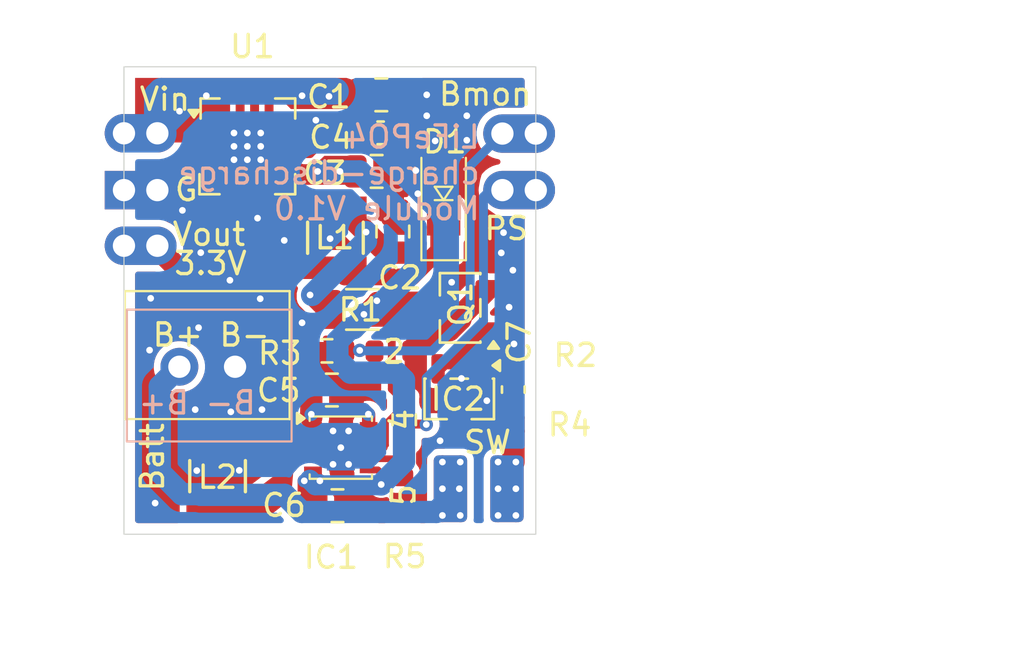
<source format=kicad_pcb>
(kicad_pcb (version 20241229) (generator "pcbnew") (generator_version "9.0")
  (layers (0 "F.Cu" signal) (2 "B.Cu" signal) (13 "F.Paste" user) (15 "B.Paste" user) (5 "F.SilkS" user "F.Silkscreen") (7 "B.SilkS" user "B.Silkscreen") (1 "F.Mask" user) (3 "B.Mask" user) (25 "Edge.Cuts" user))
  (net 0 "")
  (net 1 "GND")
  (net 2 "Vin")
  (net 3 "Net-(U1-VS)")
  (net 4 "Net-(U1-VREG)")
  (net 8 "VBatt")
  (net 9 "Net-(IC1-LX1)")
  (net 10 "Net-(IC1-LX2)")
  (net 11 "Vout")
  (net 12 "Net-(IC2-RESET)")
  (net 13 "/Batt_monitor")
  (net 14 "/power_save")
  (net 15 "Net-(D1-Pad1)")
  (net 16 "/VBatt2")
  (net 17 "/VBatt3")
  (footprint "Resistor_SMD:R_0603_1608Metric" (layer "F.Cu") (at 32.52 39.265 -90)
    (property "Reference" "R5" (at 2.735 -0.09 180) (layer "F.SilkS"))
    (property "Value" "R")
    (pad "1" smd roundrect (at -0.825 0 270) (size 0.8 0.95) (layers "F.Cu" "F.Mask" "F.Paste") (net 14 "/power_save"))
    (pad "2" smd roundrect (at 0.825 0 270) (size 0.8 0.95) (layers "F.Cu" "F.Mask" "F.Paste") (net 1 "GND"))
  )
  (footprint "Marcus_ICs:SON50P250X250X80-11N-D" (layer "F.Cu") (at 29.74125 37.10875)
    (property "Reference" "IC1" (at -0.44125 4.92125 180) (layer "F.SilkS"))
    (property "Value" "RT6150B-33GQW" (hide yes))
    (pad "1" smd rect (at -1.25 -1 90) (size 0.3 0.8) (layers "F.Cu" "F.Mask" "F.Paste") (net 11 "Vout"))
    (pad "2" smd rect (at -1.25 -0.5 90) (size 0.3 0.8) (layers "F.Cu" "F.Mask" "F.Paste") (net 10 "Net-(IC1-LX2)"))
    (pad "3" smd rect (at -1.25 0 90) (size 0.3 0.8) (layers "F.Cu" "F.Mask" "F.Paste") (net 1 "GND"))
    (pad "4" smd rect (at -1.25 0.5 90) (size 0.3 0.8) (layers "F.Cu" "F.Mask" "F.Paste") (net 9 "Net-(IC1-LX1)"))
    (pad "5" smd rect (at -1.25 1 90) (size 0.3 0.8) (layers "F.Cu" "F.Mask" "F.Paste") (net 8 "VBatt"))
    (pad "6" smd rect (at 1.25 1 90) (size 0.3 0.8) (layers "F.Cu" "F.Mask" "F.Paste") (net 8 "VBatt"))
    (pad "7" smd rect (at 1.25 0.5 90) (size 0.3 0.8) (layers "F.Cu" "F.Mask" "F.Paste") (net 14 "/power_save"))
    (pad "8" smd rect (at 1.25 0 90) (size 0.3 0.8) (layers "F.Cu" "F.Mask" "F.Paste") (net 8 "VBatt"))
    (pad "9" smd rect (at 1.25 -0.5 90) (size 0.3 0.8) (layers "F.Cu" "F.Mask" "F.Paste") (net 1 "GND"))
    (pad "10" smd rect (at 1.25 -1 90) (size 0.3 0.8) (layers "F.Cu" "F.Mask" "F.Paste") (net 11 "Vout"))
    (pad "11" thru_hole circle (at -0.35 -0.75) (size 0.5 0.5) (drill 0.3) (layers "*.Cu" "*.Mask") (net 1 "GND"))
    (pad "11" thru_hole circle (at -0.35 0.75) (size 0.5 0.5) (drill 0.3) (layers "*.Cu" "*.Mask") (net 1 "GND"))
    (pad "11" thru_hole rect (at 0 0) (size 1.25 2.05) (drill 0.3) (layers "*.Cu" "*.Mask") (net 1 "GND"))
    (pad "11" thru_hole circle (at 0.35 -0.75) (size 0.5 0.5) (drill 0.3) (layers "*.Cu" "*.Mask") (net 1 "GND"))
    (pad "11" thru_hole circle (at 0.35 0.75) (size 0.5 0.5) (drill 0.3) (layers "*.Cu" "*.Mask") (net 1 "GND"))
  )
  (footprint "Marcus_Discretes:PMEG4010EXEX" (layer "F.Cu") (at 34.36 26.39 90)
    (property "Reference" "D1" (at 3.02 0.05 180) (layer "F.SilkS"))
    (property "Value" "PMEG10020ELXEX" (hide yes))
    (pad "1" smd rect (at -1.6 0 90) (size 1.2 1.2) (layers "F.Cu" "F.Mask" "F.Paste") (net 15 "Net-(D1-Pad1)"))
    (pad "1" smd rect (at -0.44 0 90) (size 1.5 1.5) (layers "F.Cu" "F.Mask" "F.Paste") (net 15 "Net-(D1-Pad1)"))
    (pad "2" smd rect (at 1.713 0 90) (size 1.15 1.2) (layers "F.Cu" "F.Mask" "F.Paste") (net 1 "GND"))
  )
  (footprint "Marcus_Connectors:Conn_JST-XH_1x2" (layer "F.Cu") (at 24.99 33.475)
    (property "Reference" "J1" (hide yes))
    (property "Value" "Conn_JST-XH_1x2" (hide yes))
    (fp_text user "${LABEL}" (at -3.13 5.685 90) (layer "F.SilkS") (effects (justify left bottom)))
    (pad "1" thru_hole rect (at 0 0) (size 1.7 1.7) (drill 1) (layers "*.Cu" "*.Mask") (net 1 "GND"))
    (pad "2" thru_hole circle (at -2.5 0) (size 1.7 1.7) (drill 1) (layers "*.Cu" "*.Mask") (net 17 "/VBatt3"))
  )
  (footprint "Resistor_SMD:R_0603_1608Metric" (layer "F.Cu") (at 32.59 35.86 -90)
    (property "Reference" "R4" (at 0.22 -7.43 180) (layer "F.SilkS"))
    (property "Value" "R")
    (pad "1" smd roundrect (at -0.825 0 270) (size 0.8 0.95) (layers "F.Cu" "F.Mask" "F.Paste") (net 8 "VBatt"))
    (pad "2" smd roundrect (at 0.825 0 270) (size 0.8 0.95) (layers "F.Cu" "F.Mask" "F.Paste") (net 14 "/power_save"))
  )
  (footprint "Capacitor_SMD:C_0805_2012Metric" (layer "F.Cu") (at 31.56 21.26)
    (property "Reference" "C1" (at -2.36 0.09 0) (layer "F.SilkS"))
    (property "Value" "10uF")
    (pad "1" smd roundrect (at -0.95 0) (size 1 1.45) (layers "F.Cu" "F.Mask" "F.Paste") (net 2 "Vin"))
    (pad "2" smd roundrect (at 0.95 0) (size 1 1.45) (layers "F.Cu" "F.Mask" "F.Paste") (net 1 "GND"))
  )
  (footprint "Capacitor_SMD:C_0805_2012Metric" (layer "F.Cu") (at 32.08 27.4 90)
    (property "Reference" "C2" (at -2.08 0.31 0) (layer "F.SilkS"))
    (property "Value" "10uF")
    (pad "1" smd roundrect (at -0.95 0 90) (size 1 1.45) (layers "F.Cu" "F.Mask" "F.Paste") (net 3 "Net-(U1-VS)"))
    (pad "2" smd roundrect (at 0.95 0 90) (size 1 1.45) (layers "F.Cu" "F.Mask" "F.Paste") (net 1 "GND"))
  )
  (footprint "Capacitor_SMD:C_0603_1608Metric" (layer "F.Cu") (at 31.53 22.97)
    (property "Reference" "C4" (at -2.23 0.2 0) (layer "F.SilkS"))
    (property "Value" "1uF")
    (pad "1" smd roundrect (at -0.775 0) (size 0.9 0.95) (layers "F.Cu" "F.Mask" "F.Paste") (net 4 "Net-(U1-VREG)"))
    (pad "2" smd roundrect (at 0.775 0) (size 0.9 0.95) (layers "F.Cu" "F.Mask" "F.Paste") (net 1 "GND"))
  )
  (footprint "Marcus_Connectors:Conn_Castellated_1x2_no_GND" (layer "F.Cu") (at 37 25.54 90)
    (property "Reference" "J7" (hide yes))
    (property "Value" "Conn_Castellation_1x2_no_GND" (hide yes))
    (pad "1" thru_hole oval (at 0 0 90) (size 1.725 3.225) (drill 1 (offset 0 0.75)) (layers "*.Cu" "*.Mask") (net 14 "/power_save"))
    (pad "1" thru_hole circle (at 0 1.5 90) (size 1.725 1.725) (drill 1) (layers "*.Cu" "*.Mask") (net 14 "/power_save"))
    (pad "2" thru_hole oval (at 2.54 0 90) (size 1.725 3.225) (drill 1 (offset 0 0.75)) (layers "*.Cu" "*.Mask") (net 13 "/Batt_monitor"))
    (pad "2" thru_hole circle (at 2.54 1.5 90) (size 1.725 1.725) (drill 1) (layers "*.Cu" "*.Mask") (net 13 "/Batt_monitor"))
  )
  (footprint "Resistor_SMD:R_0603_1608Metric" (layer "F.Cu") (at 29.12 32.76 180)
    (property "Reference" "R3" (at 2.12 -0.11 0) (layer "F.SilkS"))
    (property "Value" "R")
    (pad "1" smd roundrect (at -0.825 0 180) (size 0.8 0.95) (layers "F.Cu" "F.Mask" "F.Paste") (net 13 "/Batt_monitor"))
    (pad "2" smd roundrect (at 0.825 0 180) (size 0.8 0.95) (layers "F.Cu" "F.Mask" "F.Paste") (net 1 "GND"))
  )
  (footprint "Capacitor_SMD:C_0603_1608Metric" (layer "F.Cu") (at 37.49 34.5 90)
    (property "Reference" "C7" (at 2.13 0.26 90) (layer "F.SilkS"))
    (property "Value" "1uF")
    (pad "1" smd roundrect (at -0.775 0 90) (size 0.9 0.95) (layers "F.Cu" "F.Mask" "F.Paste") (net 16 "/VBatt2"))
    (pad "2" smd roundrect (at 0.775 0 90) (size 0.9 0.95) (layers "F.Cu" "F.Mask" "F.Paste") (net 1 "GND"))
  )
  (footprint "Marcus_Passives:INDC3225X120N" (layer "F.Cu") (at 29.5 27.68 90)
    (property "Reference" "L1" (hide yes))
    (property "Value" "4,7uH" (hide yes))
    (pad "1" smd rect (at -1.35 0 90) (size 1 2.8) (layers "F.Cu" "F.Mask" "F.Paste") (net 15 "Net-(D1-Pad1)"))
    (pad "2" smd rect (at 1.35 0 90) (size 1 2.8) (layers "F.Cu" "F.Mask" "F.Paste") (net 3 "Net-(U1-VS)"))
  )
  (footprint "Capacitor_SMD:C_0805_2012Metric" (layer "F.Cu") (at 31.35 24.7)
    (property "Reference" "C3" (at -2.33 0.08 0) (layer "F.SilkS"))
    (property "Value" "10uF")
    (pad "1" smd roundrect (at -0.95 0) (size 1 1.45) (layers "F.Cu" "F.Mask" "F.Paste") (net 8 "VBatt"))
    (pad "2" smd roundrect (at 0.95 0) (size 1 1.45) (layers "F.Cu" "F.Mask" "F.Paste") (net 1 "GND"))
  )
  (footprint "Resistor_SMD:R_1206_3216Metric" (layer "F.Cu") (at 30.71 30.9)
    (property "Reference" "R1" (at -0.09 0.02 0) (layer "F.SilkS"))
    (property "Value" "100m")
    (pad "1" smd roundrect (at -1.4625 0) (size 1.125 1.75) (layers "F.Cu" "F.Mask" "F.Paste") (roundrect_rratio 0.222222) (net 3 "Net-(U1-VS)"))
    (pad "2" smd roundrect (at 1.4625 0) (size 1.125 1.75) (layers "F.Cu" "F.Mask" "F.Paste") (roundrect_rratio 0.222222) (net 8 "VBatt"))
  )
  (footprint "Marcus_Connectors:Conn_Mechc.-solder-pad_1x2" (layer "F.Cu") (at 37.605 38.955 -90)
    (property "Reference" "SW1" (hide yes))
    (property "Value" "Switch" (hide yes))
    (property "Field4" "SW" (at -2.085 1.275 0) (layer "F.SilkS"))
    (pad "1" thru_hole circle (at -1.2 0 270) (size 0.6 0.6) (drill 0.3) (layers "*.Cu" "F.Mask" "F.Paste") (net 16 "/VBatt2"))
    (pad "1" thru_hole circle (at -1.2 0.8 270) (size 0.6 0.6) (drill 0.3) (layers "*.Cu" "F.Mask" "F.Paste") (net 16 "/VBatt2"))
    (pad "1" thru_hole roundrect (at 0 0 270) (size 3 1.5) (drill 0.3 (offset 0 0.4)) (layers "*.Cu" "F.Mask" "F.Paste") (roundrect_rratio 0.15) (net 16 "/VBatt2"))
    (pad "1" thru_hole circle (at 0 0.8 270) (size 0.6 0.6) (drill 0.3) (layers "*.Cu" "F.Mask" "F.Paste") (net 16 "/VBatt2"))
    (pad "1" thru_hole circle (at 1.2 0 270) (size 0.6 0.6) (drill 0.3) (layers "*.Cu" "F.Mask" "F.Paste") (net 16 "/VBatt2"))
    (pad "1" thru_hole circle (at 1.2 0.8 270) (size 0.6 0.6) (drill 0.3) (layers "*.Cu" "F.Mask" "F.Paste") (net 16 "/VBatt2"))
    (pad "2" thru_hole circle (at -1.2 2.5 270) (size 0.6 0.6) (drill 0.3) (layers "*.Cu" "F.Mask" "F.Paste") (net 17 "/VBatt3"))
    (pad "2" thru_hole circle (at -1.2 3.3 270) (size 0.6 0.6) (drill 0.3) (layers "*.Cu" "F.Mask" "F.Paste") (net 17 "/VBatt3"))
    (pad "2" thru_hole roundrect (at 0 2.54 270) (size 3 1.5) (drill 0.3 (offset 0 0.4)) (layers "*.Cu" "F.Mask" "F.Paste") (roundrect_rratio 0.15) (net 17 "/VBatt3"))
    (pad "2" thru_hole circle (at 0 3.3 270) (size 0.6 0.6) (drill 0.3) (layers "*.Cu" "F.Mask" "F.Paste") (net 17 "/VBatt3"))
    (pad "2" thru_hole circle (at 1.2 2.5 270) (size 0.6 0.6) (drill 0.3) (layers "*.Cu" "F.Mask" "F.Paste") (net 17 "/VBatt3"))
    (pad "2" thru_hole circle (at 1.2 3.3 270) (size 0.6 0.6) (drill 0.3) (layers "*.Cu" "F.Mask" "F.Paste") (net 17 "/VBatt3"))
  )
  (footprint "Marcus_Passives:INDC3225X120N" (layer "F.Cu") (at 24.205 38.39 90)
    (property "Reference" "L2" (hide yes))
    (property "Value" "2,2uH" (hide yes))
    (pad "1" smd rect (at -1.35 0 90) (size 1 2.8) (layers "F.Cu" "F.Mask" "F.Paste") (net 9 "Net-(IC1-LX1)"))
    (pad "2" smd rect (at 1.35 0 90) (size 1 2.8) (layers "F.Cu" "F.Mask" "F.Paste") (net 10 "Net-(IC1-LX2)"))
  )
  (footprint "Capacitor_SMD:C_0805_2012Metric" (layer "F.Cu") (at 29.34 34.52)
    (property "Reference" "C5" (at -2.39 0.02 0) (layer "F.SilkS"))
    (property "Value" "47u")
    (pad "1" smd roundrect (at -0.95 0) (size 1 1.45) (layers "F.Cu" "F.Mask" "F.Paste") (net 11 "Vout"))
    (pad "2" smd roundrect (at 0.95 0) (size 1 1.45) (layers "F.Cu" "F.Mask" "F.Paste") (net 1 "GND"))
  )
  (footprint "Capacitor_SMD:C_0805_2012Metric" (layer "F.Cu") (at 29.59125 39.71875)
    (property "Reference" "C6" (at -2.40125 -0.01875 0) (layer "F.SilkS"))
    (property "Value" "47u")
    (pad "1" smd roundrect (at -0.95 0) (size 1 1.45) (layers "F.Cu" "F.Mask" "F.Paste") (net 8 "VBatt"))
    (pad "2" smd roundrect (at 0.95 0) (size 1 1.45) (layers "F.Cu" "F.Mask" "F.Paste") (net 1 "GND"))
  )
  (footprint "Marcus_ICs:SOT-23-3_Marcus" (layer "F.Cu") (at 35.1 30.83 180)
    (property "Reference" "Q1" (at -0.03 0.17 90) (layer "F.SilkS"))
    (property "Value" "AO3415")
    (pad "1" smd roundrect (at -1.35 -0.95 180) (size 1.325 0.6) (layers "F.Cu" "F.Mask" "F.Paste") (net 12 "Net-(IC2-RESET)"))
    (pad "2" smd roundrect (at -1.35 0.95 180) (size 1.325 0.6) (layers "F.Cu" "F.Mask" "F.Paste") (net 16 "/VBatt2"))
    (pad "3" smd roundrect (at 1.35 0 180) (size 1.325 0.6) (layers "F.Cu" "F.Mask" "F.Paste") (net 8 "VBatt"))
  )
  (footprint "Marcus_Connectors:Conn_Castellated_1x3_GND_moved" (layer "F.Cu") (at 21.5 23 -90)
    (property "Reference" "J2" (hide yes))
    (property "Value" "Conn_Castellation_1x3" (hide yes))
    (pad "1" thru_hole rect (at 2.54 0 270) (size 1.725 1.725) (drill 1) (layers "*.Cu" "*.Mask") (net 1 "GND"))
    (pad "1" thru_hole rect (at 2.54 1.5 270) (size 1.725 1.725) (drill 1) (layers "*.Cu" "*.Mask") (net 1 "GND"))
    (pad "2" thru_hole oval (at -0.0125 0 270) (size 1.725 3.225) (drill 1 (offset 0 0.75)) (layers "*.Cu" "*.Mask") (net 2 "Vin"))
    (pad "2" thru_hole circle (at -0.0125 1.5 270) (size 1.725 1.725) (drill 1) (layers "*.Cu" "*.Mask") (net 2 "Vin"))
    (pad "3" thru_hole oval (at 5.04 0 270) (size 1.725 3.225) (drill 1 (offset 0 0.75)) (layers "*.Cu" "*.Mask") (net 11 "Vout"))
    (pad "3" thru_hole circle (at 5.04 1.5 270) (size 1.725 1.725) (drill 1) (layers "*.Cu" "*.Mask") (net 11 "Vout"))
  )
  (footprint "Marcus_ICs:SOT-23-3_Marcus" (layer "F.Cu") (at 35.06 34.92 -90)
    (property "Reference" "IC2" (at 0.01 0.06 180) (layer "F.SilkS"))
    (property "Value" "APX810S-31SA-7")
    (pad "1" smd roundrect (at -1.35 -0.95 270) (size 1.325 0.6) (layers "F.Cu" "F.Mask" "F.Paste") (net 1 "GND"))
    (pad "2" smd roundrect (at -1.35 0.95 270) (size 1.325 0.6) (layers "F.Cu" "F.Mask" "F.Paste") (net 12 "Net-(IC2-RESET)"))
    (pad "3" smd roundrect (at 1.35 0 270) (size 1.325 0.6) (layers "F.Cu" "F.Mask" "F.Paste") (net 16 "/VBatt2"))
  )
  (footprint "Resistor_SMD:R_0603_1608Metric" (layer "F.Cu") (at 32.08 32.77 180)
    (property "Reference" "R2" (at -8.2 -0.19 0) (layer "F.SilkS"))
    (property "Value" "R")
    (pad "1" smd roundrect (at -0.825 0 180) (size 0.8 0.95) (layers "F.Cu" "F.Mask" "F.Paste") (net 16 "/VBatt2"))
    (pad "2" smd roundrect (at 0.825 0 180) (size 0.8 0.95) (layers "F.Cu" "F.Mask" "F.Paste") (net 13 "/Batt_monitor"))
  )
  (footprint "Marcus_ICs:TP5000-QFN16" (layer "F.Cu") (at 25.5425 23.575)
    (property "Reference" "U1" (at 0.2275 -4.485 0) (layer "F.SilkS"))
    (property "Value" "TP5000-QFN16")
    (pad "1" smd oval (at -2 -0.975 90) (size 0.4 1.2) (layers "F.Cu" "F.Mask" "F.Paste") (net 2 "Vin"))
    (pad "2" smd oval (at -2 -0.325 90) (size 0.4 1.2) (layers "F.Cu" "F.Mask" "F.Paste") (net 2 "Vin"))
    (pad "3" smd oval (at -2 0.325 90) (size 0.4 1.2) (layers "F.Cu" "F.Mask" "F.Paste") (net 15 "Net-(D1-Pad1)"))
    (pad "4" smd oval (at -2 0.975 90) (size 0.4 1.2) (layers "F.Cu" "F.Mask" "F.Paste") (net 15 "Net-(D1-Pad1)"))
    (pad "5" smd oval (at -0.975 2) (size 0.4 1.2) (layers "F.Cu" "F.Mask" "F.Paste") (net 15 "Net-(D1-Pad1)"))
    (pad "6" smd oval (at -0.325 2) (size 0.4 1.2) (layers "F.Cu" "F.Mask" "F.Paste") (net 1 "GND"))
    (pad "7" smd oval (at 0.325 2) (size 0.4 1.2) (layers "F.Cu" "F.Mask" "F.Paste") (net 1 "GND"))
    (pad "8" smd oval (at 0.975 2) (size 0.4 1.2) (layers "F.Cu" "F.Mask" "F.Paste") (net 3 "Net-(U1-VS)"))
    (pad "9" smd oval (at 2 0.975 90) (size 0.4 1.2) (layers "F.Cu" "F.Mask" "F.Paste") (net 8 "VBatt"))
    (pad "10" smd oval (at 2 0.325 90) (size 0.4 1.2) (layers "F.Cu" "F.Mask" "F.Paste") (net 4 "Net-(U1-VREG)"))
    (pad "11" smd oval (at 2 -0.325 90) (size 0.4 1.2) (layers "F.Cu" "F.Mask" "F.Paste") (net 1 "GND"))
    (pad "12" smd oval (at 2 -0.975 90) (size 0.4 1.2) (layers "F.Cu" "F.Mask" "F.Paste") (net 1 "GND"))
    (pad "13" smd oval (at 0.975 -2) (size 0.4 1.2) (layers "F.Cu" "F.Mask" "F.Paste"))
    (pad "14" smd oval (at 0.325 -2) (size 0.4 1.2) (layers "F.Cu" "F.Mask" "F.Paste"))
    (pad "15" smd oval (at -0.325 -2) (size 0.4 1.2) (layers "F.Cu" "F.Mask" "F.Paste"))
    (pad "16" smd oval (at -0.975 -2) (size 0.4 1.2) (layers "F.Cu" "F.Mask" "F.Paste") (net 2 "Vin"))
    (pad "17" thru_hole circle (at -0.6 -0.6) (size 0.4 0.4) (drill 0.3) (property pad_prop_heatsink) (layers "*.Cu" "*.Mask") (net 1 "GND"))
    (pad "17" thru_hole circle (at -0.6 0) (size 0.4 0.4) (drill 0.3) (property pad_prop_heatsink) (layers "*.Cu" "*.Mask") (net 1 "GND"))
    (pad "17" thru_hole circle (at -0.6 0.6) (size 0.4 0.4) (drill 0.3) (property pad_prop_heatsink) (layers "*.Cu" "*.Mask") (net 1 "GND"))
    (pad "17" thru_hole circle (at 0 -0.6) (size 0.4 0.4) (drill 0.3) (property pad_prop_heatsink) (layers "*.Cu" "*.Mask") (net 1 "GND"))
    (pad "17" smd roundrect (at 0 0) (size 2.1 2.1) (layers "F.Cu" "F.Mask") (roundrect_rratio 0) (chamfer_ratio 0.1) (chamfer top_left) (net 1 "GND"))
    (pad "17" thru_hole roundrect (at 0 0) (size 2.1 2.1) (drill 0.3) (property pad_prop_heatsink) (layers "*.Cu" "*.Mask") (roundrect_rratio 0) (chamfer_ratio 0.1) (chamfer top_left) (net 1 "GND"))
    (pad "17" thru_hole circle (at 0 0.6) (size 0.4 0.4) (drill 0.3) (property pad_prop_heatsink) (layers "*.Cu" "*.Mask") (net 1 "GND"))
    (pad "17" thru_hole circle (at 0.6 -0.6) (size 0.4 0.4) (drill 0.3) (property pad_prop_heatsink) (layers "*.Cu" "*.Mask") (net 1 "GND"))
    (pad "17" thru_hole circle (at 0.6 0) (size 0.4 0.4) (drill 0.3) (property pad_prop_heatsink) (layers "*.Cu" "*.Mask") (net 1 "GND"))
    (pad "17" thru_hole circle (at 0.6 0.6) (size 0.4 0.4) (drill 0.3) (property pad_prop_heatsink) (layers "*.Cu" "*.Mask") (net 1 "GND"))
  )
  (gr_poly (pts (xy 20.5 20.5) (xy 20.5 23.4) (xy 24 23.4) (xy 24 22.4) (xy 24.4 22) (xy 24.7 22) (xy 24.7 21) (xy 25.1 20.7) (xy 26.7 20.7) (xy 27.1 21.2) (xy 27.1 21.5) (xy 27.5 21.9) (xy 29 21.9) (xy 29.6 21.9) (xy 29.9 21.9) (xy 30.3 21.9) (xy 30.3 20.6) (xy 30 20.5)) (fill yes) (layer "F.Cu") (net 2))
  (gr_poly (pts (xy 29 24) (xy 28.6 24.38) (xy 27.12 24.37) (xy 27.1 24.7) (xy 28.1 25.3) (xy 30.2 25.3) (xy 30.2 24)) (fill yes) (layer "F.Cu") (net 8))
  (gr_poly (pts (xy 28.1 38.2) (xy 27.9 38.4) (xy 27.8 38.6) (xy 27.8 40.15) (xy 28 40.35) (xy 28.3 40.35) (xy 29.1 40.15) (xy 29.1 38.55) (xy 28.9 38.3) (xy 28.85 38.15)) (fill yes) (layer "F.Cu") (net 8))
  (gr_poly (pts (xy 25.55 40.24) (xy 26.45 40.24) (xy 27.5 39.42) (xy 27.6 38.27) (xy 28 37.75) (xy 28.01 37.46) (xy 27.79 37.61) (xy 27.61 37.72) (xy 25.59 39.25) (xy 25.56 40.23)) (fill yes) (layer "F.Cu") (net 9))
  (gr_poly (pts (xy 33.35 25.1) (xy 33.37 25.77) (xy 35.14 25.779) (xy 35.41 25.97) (xy 35.411 26.99) (xy 36.81 27.08) (xy 37.05 26.89) (xy 36.4 26.43) (xy 36.32 26.36) (xy 36.22 26.27) (xy 36.14 26.17) (xy 36.09 26.1) (xy 36.02 25.97) (xy 35.98 25.86) (xy 35.95 25.73) (xy 35.94 25.65) (xy 35.93 25.54) (xy 35.94 25.42) (xy 36 25.08) (xy 36.08 24.79) (xy 34.44 24.77)) (fill yes) (layer "F.Cu") (net 1))
  (gr_poly (pts (xy 26.6 22.8) (xy 27 22.6) (xy 28.6 22.6) (xy 28.6 22.8) (xy 28.2 23.2) (xy 26.4 23.2) (xy 26.4 22.8)) (fill yes) (layer "F.Cu") (net 1))
  (gr_poly (pts (xy 33.28 34.91) (xy 33.26 34.7) (xy 33.21 34.6) (xy 33.13 34.52) (xy 33.05 34.47) (xy 32.96 34.43) (xy 32.84 34.4) (xy 32.71 34.39) (xy 32.62 33.99) (xy 33.47 33.95) (xy 33.6 33.99) (xy 33.6 34.13) (xy 33.62 34.22) (xy 33.66 34.3) (xy 33.72 34.36) (xy 33.81 34.42) (xy 33.92 34.45) (xy 33.92 34.79) (xy 33.44 34.94)) (fill yes) (layer "F.Cu") (net 16))
  (gr_poly (pts (xy 26 26.2) (xy 26.4 26.6) (xy 26 27) (xy 25.2 26.2) (xy 25.2 24.4) (xy 26 24.4)) (fill yes) (layer "F.Cu") (net 1))
  (gr_poly (pts (xy 26.6 25.05) (xy 28.2 25.9) (xy 28.2 26.775) (xy 27.2 26.775) (xy 26.6 26.1)) (stroke (width 0.1)) (fill yes) (layer "F.Cu") (net 3))
  (gr_poly (pts (xy 25.6 37.54) (xy 25.61 37.54) (xy 27.42 36.75) (xy 27.42 36.46) (xy 25.6 36.54)) (fill yes) (layer "F.Cu") (net 10))
  (gr_rect (start 20.13 30.91) (end 27.53 36.83) (stroke (width 0.1)) (fill no) (layer "B.SilkS"))
  (gr_rect (start 20 20) (end 38.5 41) (stroke (width 0.05)) (fill no) (layer "Edge.Cuts"))
  (gr_text "5" (at 33.15 39.81 90) (layer "F.SilkS") (effects (font (size 1 1)) (justify left bottom)))
  (gr_text "4" (at 33.08 36.43 90) (layer "F.SilkS") (effects (font (size 1 1)) (justify left bottom)))
  (gr_text "3.3V" (at 22.17 29.42 0) (layer "F.SilkS") (effects (font (size 1 1)) (justify left bottom)))
  (gr_text "B+ B-" (at 21.2 32.63 0) (layer "F.SilkS") (effects (font (size 1 1)) (justify left bottom)))
  (gr_text "2" (at 31.56 33.37 0) (layer "F.SilkS") (effects (font (size 1 1)) (justify left bottom)))
  (gr_text "L1" (at 28.48 28.26 0) (layer "F.SilkS") (effects (font (size 1 1)) (justify left bottom)))
  (gr_text "L2" (at 23.22 39.02 0) (layer "F.SilkS") (effects (font (size 1 1)) (justify left bottom)))
  (gr_text "Vout" (at 22.1 28.11 0) (layer "F.SilkS") (effects (font (size 1 1)) (justify left bottom)))
  (gr_text "Vin" (at 20.62 22.04 0) (layer "F.SilkS") (effects (font (size 1 1)) (justify left bottom)))
  (gr_text "Bmon" (at 34.06 21.81 0) (layer "F.SilkS") (effects (font (size 1 1)) (justify left bottom)))
  (gr_text "G" (at 22.2 26.1 0) (layer "F.SilkS") (effects (font (size 1 1)) (justify left bottom)))
  (gr_text "PS" (at 36.1 27.85 0) (layer "F.SilkS") (effects (font (size 1 1)) (justify left bottom)))
  (gr_text "LiFePO4\ncharge-discharge\nModule V1.0" (at 36.07 26.96 0) (layer "B.SilkS") (effects (font (size 1 1)) (justify left bottom mirror)))
  (gr_text "B- B+" (at 26.01 35.68 0) (layer "B.SilkS") (effects (font (size 1 1)) (justify left bottom mirror)))
  (segment (start 26.75 27.3) (end 26.75 27.46) (width 0.2) (layer "F.Cu") (net 1))
  (segment (start 22.625 26.45) (end 22.25 26.45) (width 1.2) (layer "F.Cu") (net 1))
  (segment (start 27.48693 37.10875) (end 26.95568 37.64) (width 0.2) (layer "F.Cu") (net 1))
  (segment (start 25.8675 23.9) (end 25.5425 23.575) (width 0.4) (layer "F.Cu") (net 1))
  (segment (start 24.13 35.58) (end 24.99 34.72) (width 0.2) (layer "F.Cu") (net 1))
  (segment (start 33.833 24.66) (end 33.84 24.667) (width 0.2) (layer "F.Cu") (net 1))
  (segment (start 25.8675 26.4175) (end 26.75 27.3) (width 0.2) (layer "F.Cu") (net 1))
  (segment (start 30.26 34.52) (end 30.26125 34.51875) (width 0.2) (layer "F.Cu") (net 1))
  (segment (start 26.51 27.54) (end 25.2175 26.2475) (width 0.3) (layer "F.Cu") (net 1))
  (segment (start 25.23 23.6875) (end 25.555 23.3625) (width 0.2) (layer "F.Cu") (net 1))
  (segment (start 26.75 27.46) (end 26.67 27.54) (width 0.2) (layer "F.Cu") (net 1))
  (segment (start 24.99 34.72) (end 24.99 33.475) (width 0.2) (layer "F.Cu") (net 1))
  (segment (start 36.83 27.45) (end 36.58 27.2) (width 0.2) (layer "F.Cu") (net 1))
  (segment (start 26.725 30.225) (end 28.295 31.795) (width 0.2) (layer "F.Cu") (net 1))
  (segment (start 35.411 25.951) (end 35.239 25.779) (width 0.2) (layer "F.Cu") (net 1))
  (segment (start 28.49125 37.10875) (end 27.48693 37.10875) (width 0.2) (layer "F.Cu") (net 1))
  (segment (start 28.45 22.57) (end 28.1 22.57) (width 0.2) (layer "F.Cu") (net 1))
  (segment (start 29.84125 37.90875) (end 29.84125 37.20875) (width 0.2) (layer "F.Cu") (net 1))
  (segment (start 37.46 33.725) (end 37.3825 33.6475) (width 0.2) (layer "F.Cu") (net 1))
  (segment (start 25.725 30.225) (end 25.09 29.59) (width 0.2) (layer "F.Cu") (net 1))
  (segment (start 30.233094 34.52) (end 30.29 34.52) (width 0.6) (layer "F.Cu") (net 1))
  (segment (start 28.79 22.57) (end 28.88 22.57) (width 0.2) (layer "F.Cu") (net 1))
  (segment (start 27.5425 23.25) (end 25.8675 23.25) (width 0.4) (layer "F.Cu") (net 1))
  (segment (start 32.45 40.02) (end 32.52 40.09) (width 0.2) (layer "F.Cu") (net 1))
  (segment (start 32.315 21.385) (end 32.5 21.2) (width 0.2) (layer "F.Cu") (net 1))
  (segment (start 21.5 25.65) (end 21.5 25.825) (width 0.8) (layer "F.Cu") (net 1))
  (segment (start 25.2175 23.9) (end 25.5425 23.575) (width 0.4) (layer "F.Cu") (net 1))
  (segment (start 30.55125 39.71875) (end 30.54125 39.71875) (width 0.2) (layer "F.Cu") (net 1))
  (segment (start 30.26 34.52) (end 30.26 34.34) (width 0.2) (layer "F.Cu") (net 1))
  (segment (start 24.76 29.59) (end 24.76 29.26) (width 0.2) (layer "F.Cu") (net 1))
  (segment (start 24.76 29.26) (end 23.85 28.35) (width 0.2) (layer "F.Cu") (net 1))
  (segment (start 29.74125 35.06875) (end 30.29 34.52) (width 1) (layer "F.Cu") (net 1))
  (segment (start 36.58 27.2) (end 35.411 27.2) (width 0.2) (layer "F.Cu") (net 1))
  (segment (start 26.93 22.6) (end 26.78 22.75) (width 0.4) (layer "F.Cu") (net 1))
  (segment (start 28.88 22.57) (end 28.88 22.59) (width 0.2) (layer "F.Cu") (net 1))
  (segment (start 28.22 23.25) (end 27.5425 23.25) (width 0.2) (layer "F.Cu") (net 1))
  (segment (start 25.8675 23.25) (end 25.5425 23.575) (width 0.2) (layer "F.Cu") (net 1))
  (segment (start 33.11 24.66) (end 33.833 24.66) (width 0.2) (layer "F.Cu") (net 1))
  (segment (start 32.315 22.91) (end 32.315 21.385) (width 0.2) (layer "F.Cu") (net 1))
  (segment (start 27.5425 22.6) (end 26.93 22.6) (width 0.4) (layer "F.Cu") (net 1))
  (segment (start 29.74125 37.10875) (end 29.74125 38.19125) (width 1) (layer "F.Cu") (net 1))
  (segment (start 30.99125 36.60875) (end 30.24125 36.60875) (width 0.2) (layer "F.Cu") (net 1))
  (segment (start 37.05 27.45) (end 36.83 27.45) (width 0.2) (layer "F.Cu") (net 1))
  (segment (start 21.43 37.61) (end 21.43 36.2) (width 0.2) (layer "F.Cu") (net 1))
  (segment (start 25.2175 26.2475) (end 25.2175 25.575) (width 0.3) (layer "F.Cu") (net 1))
  (segment (start 25.88 23.6875) (end 25.555 23.3625) (width 0.2) (layer "F.Cu") (net 1))
  (segment (start 29.74125 37.10875) (end 29.74125 35.06875) (width 1) (layer "F.Cu") (net 1))
  (segment (start 28.473094 32.76) (end 30.233094 34.52) (width 0.6) (layer "F.Cu") (net 1))
  (segment (start 29.85 38.3) (end 29.85 39.0275) (width 1) (layer "F.Cu") (net 1))
  (segment (start 25.09 29.59) (end 24.76 29.59) (width 0.2) (layer "F.Cu") (net 1))
  (segment (start 21.5 25.54) (end 21.5 25.65) (width 0.2) (layer "F.Cu") (net 1))
  (segment (start 26.67 27.54) (end 26.51 27.54) (width 0.2) (layer "F.Cu") (net 1))
  (segment (start 28.1 22.57) (end 28.07 22.6) (width 0.2) (layer "F.Cu") (net 1))
  (segment (start 25.925 30.225) (end 25.725 30.225) (width 0.2) (layer "F.Cu") (net 1))
  (segment (start 22.25 26.45) (end 21.625 25.825) (width 1.2) (layer "F.Cu") (net 1))
  (segment (start 29.85 39.0275) (end 30.54125 39.71875) (width 1) (layer "F.Cu") (net 1))
  (segment (start 28.62 22.4) (end 28.45 22.57) (width 0.2) (layer "F.Cu") (net 1))
  (segment (start 26.78 22.75) (end 26.33 22.75) (width 0.4) (layer "F.Cu") (net 1))
  (segment (start 28.295 31.795) (end 28.295 32.76) (width 0.2) (layer "F.Cu") (net 1))
  (segment (start 26.315 30.225) (end 26.725 30.225) (width 0.2) (layer "F.Cu") (net 1))
  (segment (start 33.309 25.809) (end 33.2 25.7) (width 0.2) (layer "F.Cu") (net 1))
  (segment (start 33.84 24.667) (end 34.42 24.667) (width 0.2) (layer "F.Cu") (net 1))
  (segment (start 32.38 24.66) (end 33.11 24.66) (width 0.2) (layer "F.Cu") (net 1))
  (segment (start 28.88 22.59) (end 28.22 23.25) (width 0.2) (layer "F.Cu") (net 1))
  (segment (start 25.8675 25.575) (end 25.8675 26.4175) (width 0.3) (layer "F.Cu") (net 1))
  (segment (start 26.23 38.02) (end 25.46 38.02) (width 0.2) (layer "F.Cu") (net 1))
  (segment (start 23.85 28.35) (end 23.45 28.35) (width 0.2) (layer "F.Cu") (net 1))
  (segment (start 28.295 32.76) (end 28.473094 32.76) (width 0.6) (layer "F.Cu") (net 1))
  (segment (start 25.08 38.4) (end 22.22 38.4) (width 0.2) (layer "F.Cu") (net 1))
  (segment (start 28.62 22.4) (end 28.79 22.57) (width 0.2) (layer "F.Cu") (net 1))
  (segment (start 25.2175 25.575) (end 25.2175 23.9) (width 0.4) (layer "F.Cu") (net 1))
  (segment (start 26.95568 37.64) (end 26.61 37.64) (width 0.2) (layer "F.Cu") (net 1))
  (segment (start 28.07 22.6) (end 27.5425 22.6) (width 0.2) (layer "F.Cu") (net 1))
  (segment (start 30.64125 39.80875) (end 30.64125 39.73125) (width 0.4) (layer "F.Cu") (net 1))
  (segment (start 30.24125 36.60875) (end 29.74125 37.10875) (width 0.2) (layer "F.Cu") (net 1))
  (segment (start 35.239 25.779) (end 33.309 25.779) (width 0.2) (layer "F.Cu") (net 1))
  (segment (start 25.88 23.0375) (end 25.555 23.3625) (width 0.4) (layer "F.Cu") (net 1))
  (segment (start 29.74125 38.19125) (end 29.85 38.3) (width 1) (layer "F.Cu") (net 1))
  (segment (start 25.8675 25.575) (end 25.8675 23.9) (width 0.4) (layer "F.Cu") (net 1))
  (segment (start 37.3825 33.6475) (end 36.1675 33.6475) (width 0.2) (layer "F.Cu") (net 1))
  (segment (start 33.309 25.779) (end 33.309 25.809) (width 0.2) (layer "F.Cu") (net 1))
  (segment (start 23.45 27.95) (end 22.625 27.125) (width 0.2) (layer "F.Cu") (net 1))
  (segment (start 28.49125 37.10875) (end 29.74125 37.10875) (width 0.2) (layer "F.Cu") (net 1))
  (segment (start 30.64125 39.80875) (end 30.55125 39.71875) (width 0.2) (layer "F.Cu") (net 1))
  (segment (start 24.13 35.59) (end 24.13 35.58) (width 0.2) (layer "F.Cu") (net 1))
  (segment (start 22.625 27.125) (end 22.625 26.45) (width 0.2) (layer "F.Cu") (net 1))
  (segment (start 21.43 36.2) (end 22.04 35.59) (width 0.2) (layer "F.Cu") (net 1))
  (segment (start 30.75 39.7) (end 30.64125 39.80875) (width 0.2) (layer "F.Cu") (net 1))
  (segment (start 30.54125 39.71875) (end 30.8425 40.02) (width 0.2) (layer "F.Cu") (net 1))
  (segment (start 26.12 30.42) (end 25.925 30.225) (width 0.2) (layer "F.Cu") (net 1))
  (segment (start 26.61 37.64) (end 26.23 38.02) (width 0.2) (layer "F.Cu") (net 1))
  (segment (start 22.22 38.4) (end 21.43 37.61) (width 0.2) (layer "F.Cu") (net 1))
  (segment (start 21.5 25.825) (end 21.625 25.825) (width 1) (layer "F.Cu") (net 1))
  (segment (start 30.64125 39.73125) (end 30.62875 39.71875) (width 0.4) (layer "F.Cu") (net 1))
  (segment (start 32.52 40.09) (end 32.52 39.97) (width 0.2) (layer "F.Cu") (net 1))
  (segment (start 32.48 24.66) (end 32.48 23.075) (width 0.2) (layer "F.Cu") (net 1))
  (segment (start 35.411 27.2) (end 35.411 25.951) (width 0.2) (layer "F.Cu") (net 1))
  (segment (start 26.12 30.42) (end 26.315 30.225) (width 0.2) (layer "F.Cu") (net 1))
  (segment (start 22.04 35.59) (end 24.13 35.59) (width 0.2) (layer "F.Cu") (net 1))
  (segment (start 23.45 28.35) (end 23.45 27.95) (width 0.2) (layer "F.Cu") (net 1))
  (segment (start 32.48 23.075) (end 32.315 22.91) (width 0.2) (layer "F.Cu") (net 1))
  (segment (start 25.46 38.02) (end 25.08 38.4) (width 0.2) (layer "F.Cu") (net 1))
  (segment (start 32.38 26.62) (end 32.38 24.66) (width 0.2) (layer "F.Cu") (net 1))
  (via (at 37.52 32.45) (size 0.6) (drill 0.3) (layers "F.Cu" "B.Cu") (net 1))
  (via (at 28.62 22.4) (size 0.6) (drill 0.3) (layers "F.Cu" "B.Cu") (net 1))
  (via (at 26.2 35.4) (size 0.6) (drill 0.3) (layers "F.Cu" "B.Cu") (net 1))
  (via (at 36.95 28.36) (size 0.6) (drill 0.3) (layers "F.Cu" "B.Cu") (net 1))
  (via (at 23.27 38.14) (size 0.6) (drill 0.3) (layers "F.Cu" "B.Cu") (net 1))
  (via (at 24.76 29.59) (size 0.6) (drill 0.3) (layers "F.Cu" "B.Cu") (net 1))
  (via (at 26.12 30.42) (size 0.6) (drill 0.3) (layers "F.Cu" "B.Cu") (net 1))
  (via (at 37.05 27.45) (size 0.6) (drill 0.3) (layers "F.Cu" "B.Cu") (net 1))
  (via (at 25.18 38.13) (size 0.6) (drill 0.3) (layers "F.Cu" "B.Cu") (net 1))
  (via (at 23.45 28.35) (size 0.6) (drill 0.3) (layers "F.Cu" "B.Cu") (net 1))
  (via (at 26 26.8) (size 0.6) (drill 0.3) (layers "F.Cu" "B.Cu") (net 1))
  (via (at 27.2 27.8) (size 0.6) (drill 0.3) (layers "F.Cu" "B.Cu") (net 1))
  (via (at 33.2 25.7) (size 0.6) (drill 0.3) (layers "F.Cu" "B.Cu") (net 1))
  (via (at 34.2 36.8) (size 0.6) (drill 0.3) (layers "F.Cu" "B.Cu") (net 1))
  (via (at 35.4 23.3) (size 0.6) (drill 0.3) (layers "F.Cu" "B.Cu") (net 1))
  (via (at 23.2 35.4) (size 0.6) (drill 0.3) (layers "F.Cu" "B.Cu") (net 1))
  (via (at 33.6 22.2) (size 0.6) (drill 0.3) (layers "F.Cu" "B.Cu") (net 1))
  (via (at 22.625 26.45) (size 0.6) (drill 0.3) (layers "F.Cu" "B.Cu") (net 1))
  (via (at 37.3 30.8) (size 0.6) (drill 0.3) (layers "F.Cu" "B.Cu") (net 1))
  (via (at 21.4 39.6) (size 0.6) (drill 0.3) (layers "F.Cu" "B.Cu") (net 1))
  (via (at 24.8 35.5) (size 0.6) (drill 0.3) (layers "F.Cu" "B.Cu") (net 1))
  (via (at 29.26 27.72) (size 0.6) (drill 0.3) (layers "F.Cu" "B.Cu") (net 1))
  (via (at 34.72 29.68) (size 0.6) (drill 0.3) (layers "F.Cu" "B.Cu") (net 1))
  (via (at 33.11 24.66) (size 0.6) (drill 0.3) (layers "F.Cu" "B.Cu") (net 1))
  (via (at 33.98 23.33) (size 0.6) (drill 0.3) (layers "F.Cu" "B.Cu") (net 1))
  (via (at 28 31.5) (size 0.6) (drill 0.3) (layers "F.Cu" "B.Cu") (net 1))
  (via (at 36.3 35) (size 0.6) (drill 0.3) (layers "F.Cu" "B.Cu") (net 1))
  (via (at 33.6 21.26) (size 0.6) (drill 0.3) (layers "F.Cu" "B.Cu") (net 1))
  (via (at 35.4 22.2) (size 0.6) (drill 0.3) (layers "F.Cu" "B.Cu") (net 1))
  (via (at 35.16 34) (size 0.6) (drill 0.3) (layers "F.Cu" "B.Cu") (net 1))
  (via (at 21.2 30.4) (size 0.6) (drill 0.3) (layers "F.Cu" "B.Cu") (net 1))
  (via (at 37.47 29.14) (size 0.6) (drill 0.3) (layers "F.Cu" "B.Cu") (net 1))
  (via (at 21.15 32.73) (size 0.6) (drill 0.3) (layers "F.Cu" "B.Cu") (net 1))
  (via (at 23.35 31.72) (size 0.6) (drill 0.3) (layers "F.Cu" "B.Cu") (net 1))
  (segment (start 34.2 36.8) (end 33.49 37.51) (width 0.2) (layer "B.Cu") (net 1))
  (segment (start 33.49 37.51) (end 33.49 38.83) (width 0.2) (layer "B.Cu") (net 1))
  (segment (start 21.5 23) (end 21.6 23) (width 0.2) (layer "F.Cu") (net 2))
  (segment (start 24.6685 20.674) (end 30.074 20.674) (width 0.2) (layer "F.Cu") (net 2))
  (segment (start 24.5675 20.775) (end 24.6685 20.674) (width 0.2) (layer "F.Cu") (net 2))
  (segment (start 30.4925 21.2) (end 29.9665 20.674) (width 0.2) (layer "F.Cu") (net 2))
  (segment (start 23.5425 22.6) (end 24.5675 21.575) (width 0.2) (layer "F.Cu") (net 2))
  (segment (start 21.6 23) (end 22 22.6) (width 0.2) (layer "F.Cu") (net 2))
  (segment (start 23.5425 23.25) (end 23.5425 22.6) (width 0.2) (layer "F.Cu") (net 2))
  (segment (start 24.5675 21.575) (end 24.5675 20.775) (width 0.2) (layer "F.Cu") (net 2))
  (via (at 29.21 21.33) (size 0.6) (drill 0.3) (layers "F.Cu" "B.Cu") (net 2))
  (via (at 23.7 21.3) (size 0.6) (drill 0.3) (layers "F.Cu" "B.Cu") (net 2))
  (via (at 22.49375 21.99375) (size 0.6) (drill 0.3) (layers "F.Cu" "B.Cu") (net 2))
  (via (at 28 21.3) (size 0.6) (drill 0.3) (layers "F.Cu" "B.Cu") (net 2))
  (segment (start 21.5 21.28) (end 21.679 21.101) (width 1.2) (layer "B.Cu") (net 2))
  (segment (start 23.1875 21.3) (end 22.49375 21.99375) (width 1) (layer "B.Cu") (net 2))
  (segment (start 21.679 21.101) (end 29.501 21.101) (width 1.2) (layer "B.Cu") (net 2))
  (segment (start 21.5 22.9875) (end 21.5 21.28) (width 1.2) (layer "B.Cu") (net 2))
  (segment (start 22.49375 21.99375) (end 21.5 22.9875) (width 1) (layer "B.Cu") (net 2))
  (segment (start 27.2725 26.33) (end 29.5 26.33) (width 0.2) (layer "F.Cu") (net 3))
  (segment (start 31.57 28.12) (end 29.78 26.33) (width 1) (layer "F.Cu") (net 3))
  (segment (start 26.5175 25.575) (end 27.2725 26.33) (width 0.2) (layer "F.Cu") (net 3))
  (segment (start 28.5975 30.25) (end 29.2475 30.9) (width 0.6) (layer "F.Cu") (net 3))
  (segment (start 28.36 30.25) (end 28.36 30.36) (width 0.6) (layer "F.Cu") (net 3))
  (segment (start 29.78 26.33) (end 29.55 26.33) (width 1) (layer "F.Cu") (net 3))
  (segment (start 28.36 30.25) (end 28.5975 30.25) (width 0.6) (layer "F.Cu") (net 3))
  (segment (start 28.36 30.36) (end 29.1 31.1) (width 0.6) (layer "F.Cu") (net 3))
  (via (at 30.875 27.425) (size 0.6) (drill 0.3) (layers "F.Cu" "B.Cu") (net 3))
  (via (at 28.36 30.25) (size 0.6) (drill 0.3) (layers "F.Cu" "B.Cu") (net 3))
  (segment (start 30.87 27.83) (end 30.87 27.43) (width 1) (layer "B.Cu") (net 3))
  (segment (start 30.87 27.43) (end 30.875 27.425) (width 1) (layer "B.Cu") (net 3))
  (segment (start 28.45 30.25) (end 30.87 27.83) (width 1) (layer "B.Cu") (net 3))
  (segment (start 28.36 30.25) (end 28.45 30.25) (width 0.6) (layer "B.Cu") (net 3))
  (segment (start 30.755 22.97) (end 30.7225 22.97) (width 0.4) (layer "F.Cu") (net 4))
  (segment (start 27.5425 23.9) (end 28.35 23.9) (width 0.4) (layer "F.Cu") (net 4))
  (segment (start 30.665 23.06) (end 30.755 22.97) (width 0.4) (layer "F.Cu") (net 4))
  (segment (start 30.7225 22.97) (end 30.4925 23.2) (width 0.4) (layer "F.Cu") (net 4))
  (segment (start 28.35 23.9) (end 29.19 23.06) (width 0.4) (layer "F.Cu") (net 4))
  (segment (start 29.19 23.06) (end 30.665 23.06) (width 0.4) (layer "F.Cu") (net 4))
  (segment (start 32.03 30.92) (end 32.05 30.9) (width 0.35) (layer "F.Cu") (net 8))
  (segment (start 32.4725 30.6) (end 33.9 30.6) (width 1) (layer "F.Cu") (net 8))
  (segment (start 32.1725 30.9) (end 32.4725 30.6) (width 1) (layer "F.Cu") (net 8))
  (segment (start 31.69225 37.10875) (end 31.8 37.001) (width 0.2) (layer "F.Cu") (net 8))
  (segment (start 32.59 35.035) (end 32.03 34.475) (width 0.35) (layer "F.Cu") (net 8))
  (segment (start 31.794604 31.277896) (end 32.1725 30.9) (width 0.6) (layer "F.Cu") (net 8))
  (segment (start 31.6 38.3) (end 31.40875 38.10875) (width 0.3) (layer "F.Cu") (net 8))
  (segment (start 30.777896 31.122104) (end 30.933688 31.277896) (width 0.8) (layer "F.Cu") (net 8))
  (segment (start 31.40875 38.10875) (end 30.99125 38.10875) (width 0.3) (layer "F.Cu") (net 8))
  (segment (start 30.933688 31.277896) (end 31.794604 31.277896) (width 0.8) (layer "F.Cu") (net 8))
  (segment (start 31.6 38.720345) (end 31.6 38.3) (width 0.3) (layer "F.Cu") (net 8))
  (segment (start 32.03 34.475) (end 32.03 30.92) (width 0.35) (layer "F.Cu") (net 8))
  (segment (start 31.42 30.51) (end 31.51 30.6) (width 0.8) (layer "F.Cu") (net 8))
  (segment (start 30.99125 37.10875) (end 31.69225 37.10875) (width 0.3) (layer "F.Cu") (net 8))
  (segment (start 30.47 24.55) (end 30.58 24.66) (width 0.2) (layer "F.Cu") (net 8))
  (segment (start 31.51 30.6) (end 31.75 30.6) (width 0.8) (layer "F.Cu") (net 8))
  (segment (start 28.65 24.7) (end 28.8 24.55) (width 0.2) (layer "F.Cu") (net 8))
  (segment (start 32.1525 30.88) (end 32.1725 30.9) (width 0.6) (layer "F.Cu") (net 8))
  (segment (start 31.8 37.001) (end 31.8 35.929943) (width 0.2) (layer "F.Cu") (net 8))
  (segment (start 32.59 35.139943) (end 32.59 35.035) (width 0.2) (layer "F.Cu") (net 8))
  (segment (start 31.36 30.51) (end 31.36 30.54) (width 0.8) (layer "F.Cu") (net 8))
  (segment (start 31.8 35.929943) (end 32.59 35.139943) (width 0.2) (layer "F.Cu") (net 8))
  (segment (start 31.556016 38.764329) (end 31.6 38.720345) (width 0.3) (layer "F.Cu") (net 8))
  (segment (start 32.05 30.9) (end 32.03 30.88) (width 0.3) (layer "F.Cu") (net 8))
  (segment (start 31.36 30.54) (end 30.777896 31.122104) (width 0.8) (layer "F.Cu") (net 8))
  (segment (start 31.36 30.51) (end 31.42 30.51) (width 0.8) (layer "F.Cu") (net 8))
  (segment (start 31.556016 38.764329) (end 31.64 38.848313) (width 0.2) (layer "F.Cu") (net 8))
  (via (at 31.556016 38.764329) (size 0.6) (drill 0.3) (layers "F.Cu" "B.Cu") (net 8))
  (via (at 30.777896 31.122104) (size 0.6) (drill 0.3) (layers "F.Cu" "B.Cu") (net 8))
  (via (at 31.36 30.51) (size 0.6) (drill 0.3) (layers "F.Cu" "B.Cu") (net 8))
  (via (at 28.1 38.6) (size 0.6) (drill 0.3) (layers "F.Cu" "B.Cu") (net 8))
  (via (at 29.7 24.7) (size 0.6) (drill 0.3) (layers "F.Cu" "B.Cu") (net 8))
  (via (at 28.7 24.7) (size 0.6) (drill 0.3) (layers "F.Cu" "B.Cu") (net 8))
  (via (at 28.8 38.6) (size 0.6) (drill 0.3) (layers "F.Cu" "B.Cu") (net 8))
  (segment (start 30.59 24.7) (end 29.7 24.7) (width 1) (layer "B.Cu") (net 8))
  (segment (start 33.1 29.09) (end 33.1 27.21) (width 1) (layer "B.Cu") (net 8))
  (segment (start 30.777896 31.277897) (end 30.316793 31.739) (width 1) (layer "B.Cu") (net 8))
  (segment (start 28.6 38.8) (end 28.35 38.55) (width 0.9) (layer "B.Cu") (net 8))
  (segment (start 32.579 37.741345) (end 31.556016 38.764329) (width 1) (layer "B.Cu") (net 8))
  (segment (start 29.589 32.325372) (end 29.589 33.154628) (width 1) (layer "B.Cu") (net 8))
  (segment (start 31.067896 31.122104) (end 33.1 29.09) (width 1) (layer "B.Cu") (net 8))
  (segment (start 29.589 33.154628) (end 30.175372 33.741) (width 1) (layer "B.Cu") (net 8))
  (segment (start 30.175372 33.741) (end 32.251 33.741) (width 1) (layer "B.Cu") (net 8))
  (segment (start 32.251 33.741) (end 32.579 34.069) (width 1) (layer "B.Cu") (net 8))
  (segment (start 33.1 27.936372) (end 33.1 29.09) (width 1) (layer "B.Cu") (net 8))
  (segment (start 33.1 27.21) (end 30.59 24.7) (width 1) (layer "B.Cu") (net 8))
  (segment (start 31.520345 38.8) (end 28.6 38.8) (width 0.9) (layer "B.Cu") (net 8))
  (segment (start 32.579 34.069) (end 32.579 37.741345) (width 1) (layer "B.Cu") (net 8))
  (segment (start 30.316793 31.739) (end 30.175372 31.739) (width 1) (layer "B.Cu") (net 8))
  (segment (start 33.101 27.935372) (end 33.1 27.936372) (width 1) (layer "B.Cu") (net 8))
  (segment (start 30.777896 31.122104) (end 31.067896 31.122104) (width 1) (layer "B.Cu") (net 8))
  (segment (start 30.175372 31.739) (end 29.589 32.325372) (width 1) (layer "B.Cu") (net 8))
  (segment (start 30.777896 31.122104) (end 30.777896 31.277897) (width 1) (layer "B.Cu") (net 8))
  (segment (start 28.7 24.7) (end 29.7 24.7) (width 1) (layer "B.Cu") (net 8))
  (segment (start 28.49125 37.60875) (end 27.93125 37.60875) (width 0.3) (layer "F.Cu") (net 9))
  (segment (start 27.93125 37.60875) (end 25.8 39.74) (width 0.3) (layer "F.Cu") (net 9))
  (segment (start 28.44225 37.65775) (end 28.49125 37.60875) (width 0.2) (layer "F.Cu") (net 9))
  (segment (start 25.1 39.74) (end 24.205 39.74) (width 0.2) (layer "F.Cu") (net 9))
  (segment (start 25.8 39.74) (end 25.1 39.74) (width 0.3) (layer "F.Cu") (net 9))
  (segment (start 24.63625 36.60875) (end 28.49125 36.60875) (width 0.3) (layer "F.Cu") (net 10))
  (segment (start 24.205 37.04) (end 24.63625 36.60875) (width 0.3) (layer "F.Cu") (net 10))
  (segment (start 27 33.63) (end 27.89 34.52) (width 1) (layer "F.Cu") (net 11))
  (segment (start 28.64875 34.51875) (end 28.67125 34.51875) (width 0.2) (layer "F.Cu") (net 11))
  (segment (start 30.99125 35.617495) (end 30.99125 35.95775) (width 0.6) (layer "F.Cu") (net 11))
  (segment (start 24.97 31.6) (end 26.6 31.6) (width 1) (layer "F.Cu") (net 11))
  (segment (start 28.41525 35.60875) (end 28.41525 35.75775) (width 1) (layer "F.Cu") (net 11))
  (segment (start 27 32) (end 27 33.63) (width 1) (layer "F.Cu") (net 11))
  (segment (start 21.5 28.0525) (end 22.1825 28.0525) (width 0.2) (layer "F.Cu") (net 11))
  (segment (start 28.41525 34.79475) (end 28.41525 35.60875) (width 1) (layer "F.Cu") (net 11))
  (segment (start 28.58375 34.51875) (end 28.3025 34.8) (width 0.2) (layer "F.Cu") (net 11))
  (segment (start 26.6 31.6) (end 27 32) (width 1) (layer "F.Cu") (net 11))
  (segment (start 21.5 28.13) (end 24.97 31.6) (width 1) (layer "F.Cu") (net 11))
  (segment (start 27.89 34.52) (end 28.39 34.52) (width 1) (layer "F.Cu") (net 11))
  (segment (start 30.99125 35.617495) (end 30.978067 35.604312) (width 0.2) (layer "F.Cu") (net 11))
  (segment (start 21.5 28.04) (end 21.5 28.13) (width 1) (layer "F.Cu") (net 11))
  (via (at 28.41525 35.60875) (size 0.6) (drill 0.3) (layers "F.Cu" "B.Cu") (net 11))
  (via (at 30.978067 35.604312) (size 0.6) (drill 0.3) (layers "F.Cu" "B.Cu") (net 11))
  (segment (start 30.773755 35.4) (end 28.624 35.4) (width 0.6) (layer "B.Cu") (net 11))
  (segment (start 30.978067 35.604312) (end 30.773755 35.4) (width 0.6) (layer "B.Cu") (net 11))
  (segment (start 28.624 35.4) (end 28.41525 35.60875) (width 0.6) (layer "B.Cu") (net 11))
  (segment (start 36.06 31.89) (end 36.06 31.77) (width 0.6) (layer "F.Cu") (net 12))
  (segment (start 36.06 31.77) (end 36.58 31.77) (width 0.2) (layer "F.Cu") (net 12))
  (segment (start 34.11 33.57) (end 34.39 33.29) (width 0.6) (layer "F.Cu") (net 12))
  (segment (start 34.66 33.29) (end 36.06 31.89) (width 0.6) (layer "F.Cu") (net 12))
  (segment (start 34.39 33.29) (end 34.66 33.29) (width 0.6) (layer "F.Cu") (net 12))
  (segment (start 30.015 32.74) (end 31.155 32.74) (width 0.4) (layer "F.Cu") (net 13))
  (segment (start 30.59 32.74) (end 31.155 32.74) (width 0.2) (layer "F.Cu") (net 13))
  (segment (start 29.985 32.77) (end 30.015 32.74) (width 0.2) (layer "F.Cu") (net 13))
  (via (at 30.59 32.74) (size 0.6) (drill 0.3) (layers "F.Cu" "B.Cu") (net 13))
  (segment (start 35.55 24.45) (end 37 23) (width 0.4) (layer "B.Cu") (net 13))
  (segment (start 37 23.05) (end 37 23) (width 0.2) (layer "B.Cu") (net 13))
  (segment (start 30.59 32.74) (end 30.61 32.76) (width 0.2) (layer "B.Cu") (net 13))
  (segment (start 35.55 31.050058) (end 35.55 24.45) (width 0.4) (layer "B.Cu") (net 13))
  (segment (start 30.61 32.76) (end 33.840058 32.76) (width 0.4) (layer "B.Cu") (net 13))
  (segment (start 33.840058 32.76) (end 35.55 31.050058) (width 0.4) (layer "B.Cu") (net 13))
  (segment (start 32.52 38.44) (end 32.52 36.755) (width 0.6) (layer "F.Cu") (net 14))
  (segment (start 32.8 36.05) (end 33.56 36.05) (width 0.4) (layer "F.Cu") (net 14))
  (segment (start 32.6 36.25) (end 32.8 36.05) (width 0.4) (layer "F.Cu") (net 14))
  (segment (start 32.59 36.685) (end 32.6 36.675) (width 0.4) (layer "F.Cu") (net 14))
  (segment (start 32.52 36.755) (end 32.59 36.685) (width 0.2) (layer "F.Cu") (net 14))
  (segment (start 32.52 37.60875) (end 30.99125 37.60875) (width 0.3) (layer "F.Cu") (net 14))
  (segment (start 33.56 36.05) (end 33.58 36.07) (width 0.4) (layer "F.Cu") (net 14))
  (segment (start 32.6 36.675) (end 32.6 36.25) (width 0.4) (layer "F.Cu") (net 14))
  (segment (start 32.595 36.685) (end 32.59 36.685) (width 0.2) (layer "F.Cu") (net 14))
  (via (at 33.58 36.07) (size 0.6) (drill 0.3) (layers "F.Cu" "B.Cu") (net 14))
  (segment (start 33.58 33.98) (end 36.15 31.41) (width 0.4) (layer "B.Cu") (net 14))
  (segment (start 33.58 36.07) (end 33.58 33.98) (width 0.4) (layer "B.Cu") (net 14))
  (segment (start 36.15 25.84) (end 36.45 25.54) (width 0.4) (layer "B.Cu") (net 14))
  (segment (start 36.15 31.41) (end 36.15 25.84) (width 0.4) (layer "B.Cu") (net 14))
  (segment (start 36.45 25.54) (end 37 25.54) (width 0.4) (layer "B.Cu") (net 14))
  (segment (start 23.57 24.87) (end 23.57 24.204435) (width 1) (layer "F.Cu") (net 15))
  (segment (start 24.26 26.711364) (end 24.26 25.56) (width 1) (layer "F.Cu") (net 15))
  (segment (start 29.91 29.44) (end 32.94 29.44) (width 0.75) (layer "F.Cu") (net 15))
  (segment (start 26.578636 29.03) (end 24.26 26.711364) (width 1) (layer "F.Cu") (net 15))
  (segment (start 29.5 29.03) (end 29.91 29.44) (width 0.75) (layer "F.Cu") (net 15))
  (segment (start 23.57 24.204435) (end 23.575688 24.198747) (width 1) (layer "F.Cu") (net 15))
  (segment (start 24.26 25.56) (end 23.57 24.87) (width 1) (layer "F.Cu") (net 15))
  (segment (start 32.94 29.44) (end 34.4 27.98) (width 0.75) (layer "F.Cu") (net 15))
  (segment (start 29.5 29.03) (end 26.578636 29.03) (width 1) (layer "F.Cu") (net 15))
  (segment (start 37.499 35.76) (end 37.49 35.751) (width 1) (layer "F.Cu") (net 16))
  (segment (start 35.1135 31.336652) (end 34.619152 31.831) (width 1) (layer "F.Cu") (net 16))
  (segment (start 34.46 31.85) (end 33.8 31.85) (width 1) (layer "F.Cu") (net 16))
  (segment (start 34.81 35.06) (end 35.38 35.63) (width 1) (layer "F.Cu") (net 16))
  (segment (start 33.766 34.9335) (end 33.766 35.06) (width 1) (layer "F.Cu") (net 16))
  (segment (start 35.1135 31.1965) (end 35.1135 31.336652) (width 1) (layer "F.Cu") (net 16))
  (segment (start 35.38 35.63) (end 35.38 36.36) (width 1) (layer "F.Cu") (net 16))
  (segment (start 36.25 30.06) (end 35.1135 31.1965) (width 1) (layer "F.Cu") (net 16))
  (segment (start 34.619152 31.831) (end 34.479 31.831) (width 1) (layer "F.Cu") (net 16))
  (segment (start 37.499 36.37) (end 37.499 35.76) (width 1) (layer "F.Cu") (net 16))
  (segment (start 34.479 31.831) (end 34.46 31.85) (width 1) (layer "F.Cu") (net 16))
  (segment (start 34.2535 34.9335) (end 33.766 34.9335) (width 1) (layer "F.Cu") (net 16))
  (segment (start 33.8 31.85) (end 33.109 32.541) (width 1) (layer "F.Cu") (net 16))
  (segment (start 34.26 34.94) (end 34.2535 34.9335) (width 1) (layer "F.Cu") (net 16))
  (segment (start 37.499 36.37) (end 37.489 36.36) (width 1) (layer "F.Cu") (net 16))
  (segment (start 37.499 37.755) (end 37.499 36.37) (width 1) (layer "F.Cu") (net 16))
  (segment (start 35.38 36.36) (end 35.37 36.37) (width 1) (layer "F.Cu") (net 16))
  (segment (start 37.46 35.275) (end 37.3525 35.3825) (width 0.2) (layer "F.Cu") (net 16))
  (segment (start 37.489 36.36) (end 35.38 36.36) (width 1) (layer "F.Cu") (net 16))
  (segment (start 33.766 35.06) (end 34.81 35.06) (width 1) (layer "F.Cu") (net 16))
  (segment (start 33.109 32.541) (end 33.109 33.934) (width 1) (layer "F.Cu") (net 16))
  (segment (start 23.408372 39.2) (end 23.438372 39.23) (width 1) (layer "B.Cu") (net 17))
  (segment (start 22.6 39.2) (end 23.408372 39.2) (width 1) (layer "B.Cu") (net 17))
  (segment (start 23.438372 39.23) (end 27.22 39.23) (width 1) (layer "B.Cu") (net 17))
  (segment (start 21.61 38.21) (end 22.6 39.2) (width 1) (layer "B.Cu") (net 17))
  (segment (start 22.49 33.475) (end 21.61 34.355) (width 1) (layer "B.Cu") (net 17))
  (segment (start 27.22 39.23) (end 27.989 39.999) (width 1) (layer "B.Cu") (net 17))
  (segment (start 27.989 39.999) (end 34.031 39.999) (width 1) (layer "B.Cu") (net 17))
  (segment (start 21.61 34.355) (end 21.61 38.21) (width 1) (layer "B.Cu") (net 17))
  (segment (start 34.031 39.999) (end 34.68 39.35) (width 1) (layer "B.Cu") (net 17))
  (zone (net 1) (net_name "GND") (layer "F.Cu") (priority 1) (connect_pads (clearance 0.3)) (min_thickness 0.25) (fill yes (thermal_gap 0.3) (thermal_bridge_width 2))
    (polygon (pts (xy 15 17) (xy 46 17) (xy 46 46) (xy 15 46)))
  )
  (zone (net 1) (net_name "GND") (layer "B.Cu") (connect_pads yes (clearance 0.3)) (min_thickness 0.25) (fill yes (thermal_gap 1) (thermal_bridge_width 1))
    (polygon (pts (xy 14.431204 17) (xy 14.431204 45) (xy 60.431204 45) (xy 60.431204 17)))
  )
)
</source>
